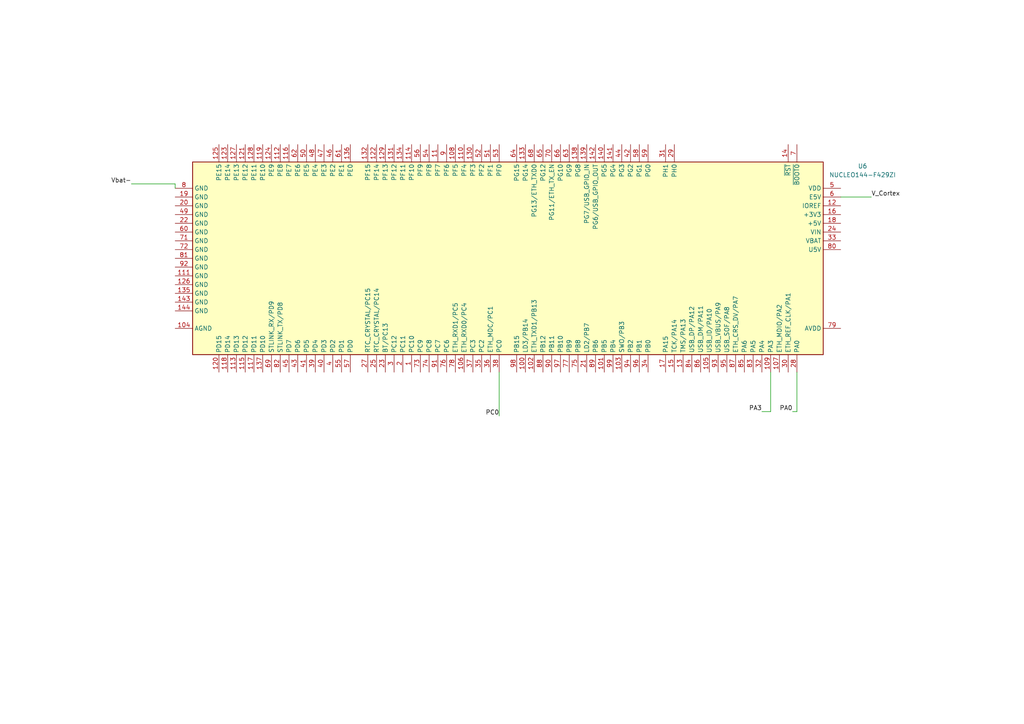
<source format=kicad_sch>
(kicad_sch (version 20250114) (generator "eeschema") (generator_version "9.0")
  (paper "A4")
  (lib_symbols
    (symbol "MCU_Module:NUCLEO144-F429ZI"
      (property "Reference" "U" (at -22.86 94.615 0))
      (property "Value" "NUCLEO144-F429ZI" (at -22.86 92.71 0))
      (symbol "NUCLEO144-F429ZI_0_1"
        (rectangle (start -27.94 -91.44) (end 27.94 91.44) (stroke (width 0.254)) (fill (type background)))
      )
      (symbol "NUCLEO144-F429ZI_1_1"
        (pin input line (at -33.02 83.82 0) (length 5.08) (name "~{BOOT0}") (number "7"))
        (pin input line (at -33.02 81.28 0) (length 5.08) (name "~{RST}") (number "14"))
        (pin bidirectional line (at -33.02 48.26 0) (length 5.08) (name "PH0") (number "29"))
        (pin bidirectional line (at -33.02 45.72 0) (length 5.08) (name "PH1") (number "31"))
        (pin bidirectional line (at -33.02 40.64 0) (length 5.08) (name "PG0") (number "59"))
        (pin bidirectional line (at -33.02 38.1 0) (length 5.08) (name "PG1") (number "58"))
        (pin bidirectional line (at -33.02 35.56 0) (length 5.08) (name "PG2") (number "42"))
        (pin bidirectional line (at -33.02 33.02 0) (length 5.08) (name "PG3") (number "44"))
        (pin bidirectional line (at -33.02 30.48 0) (length 5.08) (name "PG4") (number "141"))
        (pin bidirectional line (at -33.02 27.94 0) (length 5.08) (name "PG5") (number "140"))
        (pin bidirectional line (at -33.02 25.4 0) (length 5.08) (name "PG6/USB_GPIO_OUT") (number "142"))
        (pin bidirectional line (at -33.02 22.86 0) (length 5.08) (name "PG7/USB_GPIO_IN") (number "139"))
        (pin bidirectional line (at -33.02 20.32 0) (length 5.08) (name "PG8") (number "138"))
        (pin bidirectional line (at -33.02 17.78 0) (length 5.08) (name "PG9") (number "63"))
        (pin bidirectional line (at -33.02 15.24 0) (length 5.08) (name "PG10") (number "66"))
        (pin bidirectional line (at -33.02 12.7 0) (length 5.08) (name "PG11/ETH_TX_EN") (number "70"))
        (pin bidirectional line (at -33.02 10.16 0) (length 5.08) (name "PG12") (number "65"))
        (pin bidirectional line (at -33.02 7.62 0) (length 5.08) (name "PG13/ETH_TXD0") (number "68"))
        (pin bidirectional line (at -33.02 5.08 0) (length 5.08) (name "PG14") (number "133"))
        (pin bidirectional line (at -33.02 2.54 0) (length 5.08) (name "PG15") (number "64"))
        (pin bidirectional line (at -33.02 -2.54 0) (length 5.08) (name "PF0") (number "53"))
        (pin bidirectional line (at -33.02 -5.08 0) (length 5.08) (name "PF1") (number "51"))
        (pin bidirectional line (at -33.02 -7.62 0) (length 5.08) (name "PF2") (number "52"))
        (pin bidirectional line (at -33.02 -10.16 0) (length 5.08) (name "PF3") (number "130"))
        (pin bidirectional line (at -33.02 -12.7 0) (length 5.08) (name "PF4") (number "110"))
        (pin bidirectional line (at -33.02 -15.24 0) (length 5.08) (name "PF5") (number "108"))
        (pin bidirectional line (at -33.02 -17.78 0) (length 5.08) (name "PF6") (number "9"))
        (pin bidirectional line (at -33.02 -20.32 0) (length 5.08) (name "PF7") (number "11"))
        (pin bidirectional line (at -33.02 -22.86 0) (length 5.08) (name "PF8") (number "54"))
        (pin bidirectional line (at -33.02 -25.4 0) (length 5.08) (name "PF9") (number "56"))
        (pin bidirectional line (at -33.02 -27.94 0) (length 5.08) (name "PF10") (number "114"))
        (pin bidirectional line (at -33.02 -30.48 0) (length 5.08) (name "PF11") (number "134"))
        (pin bidirectional line (at -33.02 -33.02 0) (length 5.08) (name "PF12") (number "131"))
        (pin bidirectional line (at -33.02 -35.56 0) (length 5.08) (name "PF13") (number "129"))
        (pin bidirectional line (at -33.02 -38.1 0) (length 5.08) (name "PF14") (number "122"))
        (pin bidirectional line (at -33.02 -40.64 0) (length 5.08) (name "PF15") (number "132"))
        (pin bidirectional line (at -33.02 -45.72 0) (length 5.08) (name "PE0") (number "136"))
        (pin bidirectional line (at -33.02 -48.26 0) (length 5.08) (name "PE1") (number "61"))
        (pin bidirectional line (at -33.02 -50.8 0) (length 5.08) (name "PE2") (number "46"))
        (pin bidirectional line (at -33.02 -53.34 0) (length 5.08) (name "PE3") (number "47"))
        (pin bidirectional line (at -33.02 -55.88 0) (length 5.08) (name "PE4") (number "48"))
        (pin bidirectional line (at -33.02 -58.42 0) (length 5.08) (name "PE5") (number "50"))
        (pin bidirectional line (at -33.02 -60.96 0) (length 5.08) (name "PE6") (number "62"))
        (pin bidirectional line (at -33.02 -63.5 0) (length 5.08) (name "PE7") (number "116"))
        (pin bidirectional line (at -33.02 -66.04 0) (length 5.08) (name "PE8") (number "112"))
        (pin bidirectional line (at -33.02 -68.58 0) (length 5.08) (name "PE9") (number "124"))
        (pin bidirectional line (at -33.02 -71.12 0) (length 5.08) (name "PE10") (number "119"))
        (pin bidirectional line (at -33.02 -73.66 0) (length 5.08) (name "PE11") (number "128"))
        (pin bidirectional line (at -33.02 -76.2 0) (length 5.08) (name "PE12") (number "121"))
        (pin bidirectional line (at -33.02 -78.74 0) (length 5.08) (name "PE13") (number "127"))
        (pin bidirectional line (at -33.02 -81.28 0) (length 5.08) (name "PE14") (number "123"))
        (pin bidirectional line (at -33.02 -83.82 0) (length 5.08) (name "PE15") (number "125"))
        (pin no_connect line (at -27.94 58.42 0) (length 5.08) (hide yes) (name "NC") (number "26"))
        (pin no_connect line (at -27.94 55.88 0) (length 5.08) (hide yes) (name "NC") (number "10"))
        (pin no_connect line (at -27.94 53.34 0) (length 5.08) (hide yes) (name "NC") (number "67"))
        (pin power_in line (at -20.32 96.52 270) (length 5.08) (name "VDD") (number "5"))
        (pin power_in line (at -20.32 -96.52 90) (length 5.08) (name "GND") (number "8"))
        (pin power_in line (at -17.78 96.52 270) (length 5.08) (name "E5V") (number "6"))
        (pin power_in line (at -17.78 -96.52 90) (length 5.08) (name "GND") (number "19"))
        (pin power_in line (at -15.24 96.52 270) (length 5.08) (name "IOREF") (number "12"))
        (pin power_in line (at -15.24 -96.52 90) (length 5.08) (name "GND") (number "20"))
        (pin power_in line (at -12.7 96.52 270) (length 5.08) (name "+3V3") (number "16"))
        (pin power_in line (at -12.7 -96.52 90) (length 5.08) (name "GND") (number "49"))
        (pin power_in line (at -10.16 96.52 270) (length 5.08) (name "+5V") (number "18"))
        (pin power_in line (at -10.16 -96.52 90) (length 5.08) (name "GND") (number "22"))
        (pin power_in line (at -7.62 96.52 270) (length 5.08) (name "VIN") (number "24"))
        (pin power_in line (at -7.62 -96.52 90) (length 5.08) (name "GND") (number "60"))
        (pin power_in line (at -5.08 96.52 270) (length 5.08) (name "VBAT") (number "33"))
        (pin power_in line (at -5.08 -96.52 90) (length 5.08) (name "GND") (number "71"))
        (pin power_in line (at -2.54 96.52 270) (length 5.08) (name "U5V") (number "80"))
        (pin power_in line (at -2.54 -96.52 90) (length 5.08) (name "GND") (number "72"))
        (pin power_in line (at 0 -96.52 90) (length 5.08) (name "GND") (number "81"))
        (pin power_in line (at 2.54 -96.52 90) (length 5.08) (name "GND") (number "92"))
        (pin power_in line (at 5.08 -96.52 90) (length 5.08) (name "GND") (number "111"))
        (pin power_in line (at 7.62 -96.52 90) (length 5.08) (name "GND") (number "126"))
        (pin power_in line (at 10.16 -96.52 90) (length 5.08) (name "GND") (number "135"))
        (pin power_in line (at 12.7 -96.52 90) (length 5.08) (name "GND") (number "143"))
        (pin power_in line (at 15.24 -96.52 90) (length 5.08) (name "GND") (number "144"))
        (pin power_in line (at 20.32 96.52 270) (length 5.08) (name "AVDD") (number "79"))
        (pin power_in line (at 20.32 -96.52 90) (length 5.08) (name "AGND") (number "104"))
        (pin bidirectional line (at 33.02 83.82 180) (length 5.08) (name "PA0") (number "28"))
        (pin bidirectional line (at 33.02 81.28 180) (length 5.08) (name "ETH_REF_CLK/PA1") (number "30"))
        (pin bidirectional line (at 33.02 78.74 180) (length 5.08) (name "ETH_MDIO/PA2") (number "107"))
        (pin bidirectional line (at 33.02 76.2 180) (length 5.08) (name "PA3") (number "109"))
        (pin bidirectional line (at 33.02 73.66 180) (length 5.08) (name "PA4") (number "32"))
        (pin bidirectional line (at 33.02 71.12 180) (length 5.08) (name "PA5") (number "83"))
        (pin bidirectional line (at 33.02 68.58 180) (length 5.08) (name "PA6") (number "85"))
        (pin bidirectional line (at 33.02 66.04 180) (length 5.08) (name "ETH_CRS_DV/PA7") (number "87"))
        (pin bidirectional line (at 33.02 63.5 180) (length 5.08) (name "USB_SOF/PA8") (number "95"))
        (pin bidirectional line (at 33.02 60.96 180) (length 5.08) (name "USB_VBUS/PA9") (number "93"))
        (pin bidirectional line (at 33.02 58.42 180) (length 5.08) (name "USB_ID/PA10") (number "105"))
        (pin bidirectional line (at 33.02 55.88 180) (length 5.08) (name "USB_DM/PA11") (number "86"))
        (pin bidirectional line (at 33.02 53.34 180) (length 5.08) (name "USB_DP/PA12") (number "84"))
        (pin bidirectional line (at 33.02 50.8 180) (length 5.08) (name "TMS/PA13") (number "13"))
        (pin bidirectional line (at 33.02 48.26 180) (length 5.08) (name "TCK/PA14") (number "15"))
        (pin bidirectional line (at 33.02 45.72 180) (length 5.08) (name "PA15") (number "17"))
        (pin bidirectional line (at 33.02 40.64 180) (length 5.08) (name "PB0") (number "34"))
        (pin bidirectional line (at 33.02 38.1 180) (length 5.08) (name "PB1") (number "96"))
        (pin bidirectional line (at 33.02 35.56 180) (length 5.08) (name "PB2") (number "94"))
        (pin bidirectional line (at 33.02 33.02 180) (length 5.08) (name "SWO/PB3") (number "103"))
        (pin bidirectional line (at 33.02 30.48 180) (length 5.08) (name "PB4") (number "99"))
        (pin bidirectional line (at 33.02 27.94 180) (length 5.08) (name "PB5") (number "101"))
        (pin bidirectional line (at 33.02 25.4 180) (length 5.08) (name "PB6") (number "89"))
        (pin bidirectional line (at 33.02 22.86 180) (length 5.08) (name "LD2/PB7") (number "21"))
        (pin bidirectional line (at 33.02 20.32 180) (length 5.08) (name "PB8") (number "75"))
        (pin bidirectional line (at 33.02 17.78 180) (length 5.08) (name "PB9") (number "77"))
        (pin bidirectional line (at 33.02 15.24 180) (length 5.08) (name "PB10") (number "97"))
        (pin bidirectional line (at 33.02 12.7 180) (length 5.08) (name "PB11") (number "90"))
        (pin bidirectional line (at 33.02 10.16 180) (length 5.08) (name "PB12") (number "88"))
        (pin bidirectional line (at 33.02 7.62 180) (length 5.08) (name "ETH_TXD1/PB13") (number "102"))
        (pin bidirectional line (at 33.02 5.08 180) (length 5.08) (name "LD3/PB14") (number "100"))
        (pin bidirectional line (at 33.02 2.54 180) (length 5.08) (name "PB15") (number "98"))
        (pin bidirectional line (at 33.02 -2.54 180) (length 5.08) (name "PC0") (number "38"))
        (pin bidirectional line (at 33.02 -5.08 180) (length 5.08) (name "ETH_MDC/PC1") (number "36"))
        (pin bidirectional line (at 33.02 -7.62 180) (length 5.08) (name "PC2") (number "35"))
        (pin bidirectional line (at 33.02 -10.16 180) (length 5.08) (name "PC3") (number "37"))
        (pin bidirectional line (at 33.02 -12.7 180) (length 5.08) (name "ETH_RXD0/PC4") (number "106"))
        (pin bidirectional line (at 33.02 -15.24 180) (length 5.08) (name "ETH_RXD1/PC5") (number "78"))
        (pin bidirectional line (at 33.02 -17.78 180) (length 5.08) (name "PC6") (number "76"))
        (pin bidirectional line (at 33.02 -20.32 180) (length 5.08) (name "PC7") (number "91"))
        (pin bidirectional line (at 33.02 -22.86 180) (length 5.08) (name "PC8") (number "74"))
        (pin bidirectional line (at 33.02 -25.4 180) (length 5.08) (name "PC9") (number "73"))
        (pin bidirectional line (at 33.02 -27.94 180) (length 5.08) (name "PC10") (number "1"))
        (pin bidirectional line (at 33.02 -30.48 180) (length 5.08) (name "PC11") (number "2"))
        (pin bidirectional line (at 33.02 -33.02 180) (length 5.08) (name "PC12") (number "3"))
        (pin bidirectional line (at 33.02 -35.56 180) (length 5.08) (name "BT/PC13") (number "23"))
        (pin bidirectional line (at 33.02 -38.1 180) (length 5.08) (name "RTC_CRYSTAL/PC14") (number "25"))
        (pin bidirectional line (at 33.02 -40.64 180) (length 5.08) (name "RTC_CRYSTAL/PC15") (number "27"))
        (pin bidirectional line (at 33.02 -45.72 180) (length 5.08) (name "PD0") (number "57"))
        (pin bidirectional line (at 33.02 -48.26 180) (length 5.08) (name "PD1") (number "55"))
        (pin bidirectional line (at 33.02 -50.8 180) (length 5.08) (name "PD2") (number "4"))
        (pin bidirectional line (at 33.02 -53.34 180) (length 5.08) (name "PD3") (number "40"))
        (pin bidirectional line (at 33.02 -55.88 180) (length 5.08) (name "PD4") (number "39"))
        (pin bidirectional line (at 33.02 -58.42 180) (length 5.08) (name "PD5") (number "41"))
        (pin bidirectional line (at 33.02 -60.96 180) (length 5.08) (name "PD6") (number "43"))
        (pin bidirectional line (at 33.02 -63.5 180) (length 5.08) (name "PD7") (number "45"))
        (pin bidirectional line (at 33.02 -66.04 180) (length 5.08) (name "STLINK_TX/PD8") (number "82"))
        (pin bidirectional line (at 33.02 -68.58 180) (length 5.08) (name "STLINK_RX/PD9") (number "69"))
        (pin bidirectional line (at 33.02 -71.12 180) (length 5.08) (name "PD10") (number "137"))
        (pin bidirectional line (at 33.02 -73.66 180) (length 5.08) (name "PD11") (number "117"))
        (pin bidirectional line (at 33.02 -76.2 180) (length 5.08) (name "PD12") (number "115"))
        (pin bidirectional line (at 33.02 -78.74 180) (length 5.08) (name "PD13") (number "113"))
        (pin bidirectional line (at 33.02 -81.28 180) (length 5.08) (name "PD14") (number "118"))
        (pin bidirectional line (at 33.02 -83.82 180) (length 5.08) (name "PD15") (number "120"))
      )
    )
  )
  (wire (pts (xy 38.1 53.34) (xy 50.8 53.34)))
  (wire (pts (xy 144.78 107.95) (xy 144.78 120.65)))
  (wire (pts (xy 50.8 53.34) (xy 50.8 54.61)))
  (wire (pts (xy 231.14 119.38) (xy 231.14 107.95)))
  (wire (pts (xy 223.52 119.38) (xy 223.52 107.95)))
  (wire (pts (xy 220.98 119.38) (xy 223.52 119.38)))
  (wire (pts (xy 229.87 119.38) (xy 231.14 119.38)))
  (wire (pts (xy 243.84 57.15) (xy 252.73 57.15)))
  (label "PA3" (at 220.98 119.38 180))
  (label "Vbat-" (at 38.1 53.34 180))
  (label "PC0" (at 144.78 120.65 180))
  (label "V_Cortex" (at 252.73 57.15 0))
  (label "PA0" (at 229.87 119.38 180))
  (symbol (lib_id "MCU_Module:NUCLEO144-F429ZI") (at 147.32 74.93 270) (unit 1)
    (property "Reference" "U6" (at 250.19 48.1898 90))
    (property "Value" "NUCLEO144-F429ZI" (at 250.19 50.7298 90))
    (property "Footprint" "Module:ST_Morpho_Connector_144_STLink" (effects (hide yes)))
    (property "Datasheet" "http://www.st.com/content/ccc/resource/technical/document/data_brief/group0/7b/df/1d/e9/64/55/43/8d/DM00247910/files/DM00247910.pdf/jcr:content/translations/en.DM00247910.pdf" (effects (hide yes)))
    (property "Description" "Nucleo 144 Development Board with STM32F429ZIT6 MCU, 256kB RAM, 1Mb FLASH" (effects (hide yes)))
  )
)
</source>
